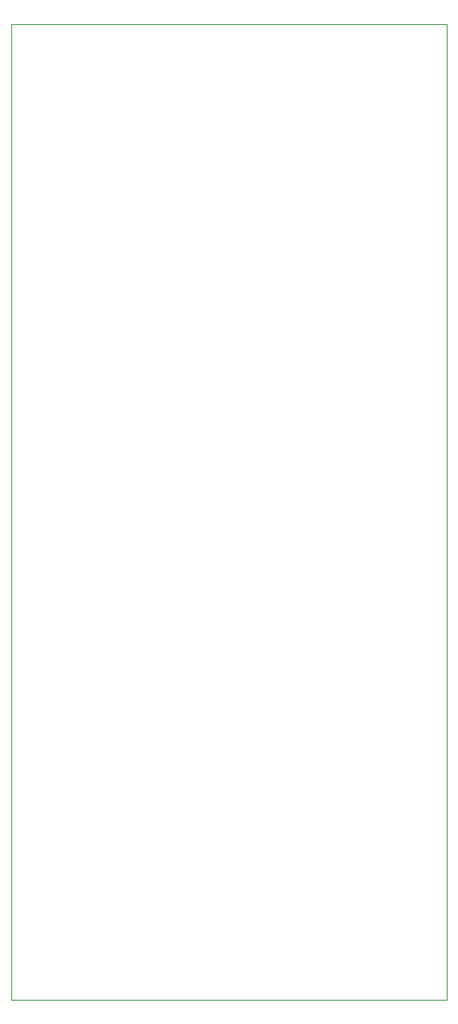
<source format=gbr>
%TF.GenerationSoftware,Altium Limited,Altium Designer,22.11.1 (43)*%
G04 Layer_Color=0*
%FSLAX45Y45*%
%MOMM*%
%TF.SameCoordinates,ABC14B17-DAD6-4B0F-8560-1018B917A27C*%
%TF.FilePolarity,Positive*%
%TF.FileFunction,Profile,NP*%
%TF.Part,Single*%
G01*
G75*
%TA.AperFunction,Profile*%
%ADD26C,0.02540*%
D26*
X7607300Y63500D02*
X12192000D01*
Y10312400D01*
X7607300D01*
Y63500D01*
%TF.MD5,a599fe51e1f0701d85b261ef6546fcf5*%
M02*

</source>
